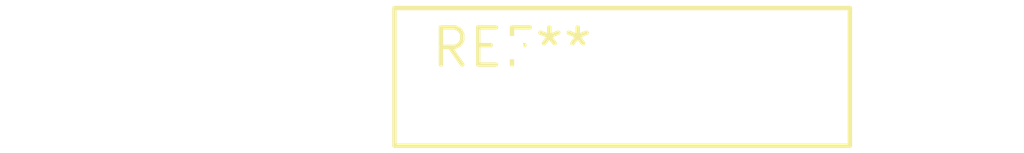
<source format=kicad_pcb>
(kicad_pcb (version 20240108) (generator pcbnew)
  (layers (0 "F.Cu" signal) (31 "B.Cu" signal) (34 "B.Paste" user) (35 "F.Paste" user) (36 "B.SilkS" user "B.Silkscreen") (37 "F.SilkS" user "F.Silkscreen") (38 "B.Mask" user) (39 "F.Mask" user) (44 "Edge.Cuts" user))
  (net 0 "")
  (footprint "RV_Disc_D15.5mm_W4.7mm_P7.5mm" (layer "F.Cu") (at 0 0)
    (property "Reference" "REF**")
    (property "Value" "RV_Disc_D15.5mm_W4.7mm_P7.5mm")
    (fp_line (start -4 -1.35) (end -4 3.35) (layer "F.SilkS") (stroke (width 0.15)))
    (fp_line (start -4 -1.35) (end 11.5 -1.35) (layer "F.SilkS") (stroke (width 0.15)))
    (fp_line (start -4 3.35) (end 11.5 3.35) (layer "F.SilkS") (stroke (width 0.15)))
    (fp_line (start 11.5 -1.35) (end 11.5 3.35) (layer "F.SilkS") (stroke (width 0.15)))
    (pad "1" thru_hole circle (at 0 0) (size 1.8 1.8) (drill 0.8) (layers *.Cu *.Mask) (remove_unused_layers))
    (pad "2" thru_hole circle (at 7.5 2) (size 1.8 1.8) (drill 0.8) (layers *.Cu *.Mask) (remove_unused_layers))
  )
)
</source>
